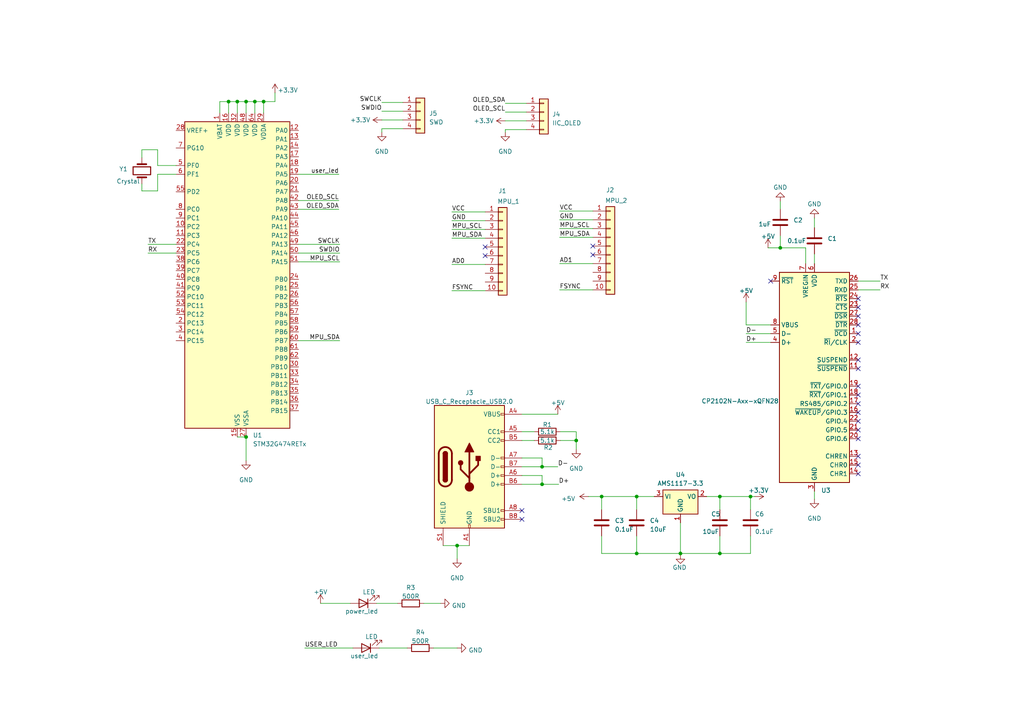
<source format=kicad_sch>
(kicad_sch (version 20230121) (generator eeschema)
  (paper "A4")
  (lib_symbols
    (symbol "Connector_Generic:Conn_01x04" (pin_names (offset 1.016) hide)
      (property "Reference" "J" (at 0 5.08 0))
      (property "Value" "Conn_01x04" (at 0 -7.62 0))
      (symbol "Conn_01x04_1_1"
        (rectangle (start -1.27 -4.953) (end 0 -5.207) (stroke (width 0.1524)))
        (rectangle (start -1.27 -2.413) (end 0 -2.667) (stroke (width 0.1524)))
        (rectangle (start -1.27 0.127) (end 0 -0.127) (stroke (width 0.1524)))
        (rectangle (start -1.27 2.667) (end 0 2.413) (stroke (width 0.1524)))
        (rectangle (start -1.27 3.81) (end 1.27 -6.35) (stroke (width 0.254)) (fill (type background)))
        (pin passive line (at -5.08 2.54 0) (length 3.81) (name "Pin_1") (number "1"))
        (pin passive line (at -5.08 0 0) (length 3.81) (name "Pin_2") (number "2"))
        (pin passive line (at -5.08 -2.54 0) (length 3.81) (name "Pin_3") (number "3"))
        (pin passive line (at -5.08 -5.08 0) (length 3.81) (name "Pin_4") (number "4"))
      )
    )
    (symbol "Connector_Generic:Conn_01x10" (pin_names (offset 1.016) hide)
      (property "Reference" "J" (at 0 12.7 0))
      (property "Value" "Conn_01x10" (at 0 -15.24 0))
      (symbol "Conn_01x10_1_1"
        (rectangle (start -1.27 -12.573) (end 0 -12.827) (stroke (width 0.1524)))
        (rectangle (start -1.27 -10.033) (end 0 -10.287) (stroke (width 0.1524)))
        (rectangle (start -1.27 -7.493) (end 0 -7.747) (stroke (width 0.1524)))
        (rectangle (start -1.27 -4.953) (end 0 -5.207) (stroke (width 0.1524)))
        (rectangle (start -1.27 -2.413) (end 0 -2.667) (stroke (width 0.1524)))
        (rectangle (start -1.27 0.127) (end 0 -0.127) (stroke (width 0.1524)))
        (rectangle (start -1.27 2.667) (end 0 2.413) (stroke (width 0.1524)))
        (rectangle (start -1.27 5.207) (end 0 4.953) (stroke (width 0.1524)))
        (rectangle (start -1.27 7.747) (end 0 7.493) (stroke (width 0.1524)))
        (rectangle (start -1.27 10.287) (end 0 10.033) (stroke (width 0.1524)))
        (rectangle (start -1.27 11.43) (end 1.27 -13.97) (stroke (width 0.254)) (fill (type background)))
        (pin passive line (at -5.08 10.16 0) (length 3.81) (name "Pin_1") (number "1"))
        (pin passive line (at -5.08 -12.7 0) (length 3.81) (name "Pin_10") (number "10"))
        (pin passive line (at -5.08 7.62 0) (length 3.81) (name "Pin_2") (number "2"))
        (pin passive line (at -5.08 5.08 0) (length 3.81) (name "Pin_3") (number "3"))
        (pin passive line (at -5.08 2.54 0) (length 3.81) (name "Pin_4") (number "4"))
        (pin passive line (at -5.08 0 0) (length 3.81) (name "Pin_5") (number "5"))
        (pin passive line (at -5.08 -2.54 0) (length 3.81) (name "Pin_6") (number "6"))
        (pin passive line (at -5.08 -5.08 0) (length 3.81) (name "Pin_7") (number "7"))
        (pin passive line (at -5.08 -7.62 0) (length 3.81) (name "Pin_8") (number "8"))
        (pin passive line (at -5.08 -10.16 0) (length 3.81) (name "Pin_9") (number "9"))
      )
    )
    (symbol "Device:C" (pin_numbers hide) (pin_names (offset 0.254))
      (property "Reference" "C" (at 0.635 2.54 0))
      (property "Value" "C" (at 0.635 -2.54 0))
      (symbol "C_0_1"
        (polyline (pts (xy -2.032 -0.762) (xy 2.032 -0.762)) (stroke (width 0.508)))
        (polyline (pts (xy -2.032 0.762) (xy 2.032 0.762)) (stroke (width 0.508)))
      )
      (symbol "C_1_1"
        (pin passive line (at 0 3.81 270) (length 2.794) (name "~") (number "1"))
        (pin passive line (at 0 -3.81 90) (length 2.794) (name "~") (number "2"))
      )
    )
    (symbol "Device:Crystal" (pin_numbers hide) (pin_names (offset 1.016) hide)
      (property "Reference" "Y" (at 0 3.81 0))
      (property "Value" "Crystal" (at 0 -3.81 0))
      (symbol "Crystal_0_1"
        (rectangle (start -1.143 2.54) (end 1.143 -2.54) (stroke (width 0.3048)))
        (polyline (pts (xy -2.54 0) (xy -1.905 0)))
        (polyline (pts (xy -1.905 -1.27) (xy -1.905 1.27)) (stroke (width 0.508)))
        (polyline (pts (xy 1.905 -1.27) (xy 1.905 1.27)) (stroke (width 0.508)))
        (polyline (pts (xy 2.54 0) (xy 1.905 0)))
      )
      (symbol "Crystal_1_1"
        (pin passive line (at -3.81 0 0) (length 1.27) (name "1") (number "1"))
        (pin passive line (at 3.81 0 180) (length 1.27) (name "2") (number "2"))
      )
    )
    (symbol "Device:LED" (pin_numbers hide) (pin_names (offset 1.016) hide)
      (property "Reference" "D" (at 0 2.54 0))
      (property "Value" "LED" (at 0 -2.54 0))
      (symbol "LED_0_1"
        (polyline (pts (xy -1.27 -1.27) (xy -1.27 1.27)) (stroke (width 0.254)))
        (polyline (pts (xy -1.27 0) (xy 1.27 0)))
        (polyline (pts (xy 1.27 -1.27) (xy 1.27 1.27) (xy -1.27 0) (xy 1.27 -1.27)) (stroke (width 0.254)))
        (polyline (pts (xy -3.048 -0.762) (xy -4.572 -2.286) (xy -3.81 -2.286) (xy -4.572 -2.286) (xy -4.572 -1.524)))
        (polyline (pts (xy -1.778 -0.762) (xy -3.302 -2.286) (xy -2.54 -2.286) (xy -3.302 -2.286) (xy -3.302 -1.524)))
      )
      (symbol "LED_1_1"
        (pin passive line (at -3.81 0 0) (length 2.54) (name "K") (number "1"))
        (pin passive line (at 3.81 0 180) (length 2.54) (name "A") (number "2"))
      )
    )
    (symbol "Device:R" (pin_numbers hide) (pin_names (offset 0))
      (property "Reference" "R" (at 2.032 0 90))
      (property "Value" "R" (at 0 0 90))
      (symbol "R_0_1"
        (rectangle (start -1.016 -2.54) (end 1.016 2.54) (stroke (width 0.254)))
      )
      (symbol "R_1_1"
        (pin passive line (at 0 3.81 270) (length 1.27) (name "~") (number "1"))
        (pin passive line (at 0 -3.81 90) (length 1.27) (name "~") (number "2"))
      )
    )
    (symbol "Iknob:AMS1117-3.3"
      (property "Reference" "U" (at -3.81 3.175 0))
      (property "Value" "AMS1117-3.3" (at 0 3.175 0))
      (symbol "AMS1117-3.3_0_1"
        (rectangle (start -5.08 -5.08) (end 5.08 1.905) (stroke (width 0.254)) (fill (type background)))
      )
      (symbol "AMS1117-3.3_1_1"
        (pin power_in line (at 0 -7.62 90) (length 2.54) (name "GND") (number "1"))
        (pin power_out line (at 7.62 0 180) (length 2.54) (name "VO") (number "2"))
        (pin power_in line (at -7.62 0 0) (length 2.54) (name "VI") (number "3"))
      )
    )
    (symbol "Iknob:C" (pin_numbers hide) (pin_names (offset 0.254))
      (property "Reference" "C" (at 0.635 2.54 0))
      (property "Value" "C" (at 0.635 -2.54 0))
      (symbol "C_0_1"
        (polyline (pts (xy -2.032 -0.762) (xy 2.032 -0.762)) (stroke (width 0.508)))
        (polyline (pts (xy -2.032 0.762) (xy 2.032 0.762)) (stroke (width 0.508)))
      )
      (symbol "C_1_1"
        (pin passive line (at 0 3.81 270) (length 2.794) (name "~") (number "1"))
        (pin passive line (at 0 -3.81 90) (length 2.794) (name "~") (number "2"))
      )
    )
    (symbol "Iknob:CP2102N-Axx-xQFN28"
      (property "Reference" "U" (at -8.89 31.75 0))
      (property "Value" "CP2102N-Axx-xQFN28" (at 12.7 31.75 0))
      (symbol "CP2102N-Axx-xQFN28_0_1"
        (rectangle (start -10.16 30.48) (end 10.16 -30.48) (stroke (width 0.254)) (fill (type background)))
      )
      (symbol "CP2102N-Axx-xQFN28_1_1"
        (pin input line (at 12.7 12.7 180) (length 2.54) (name "~{DCD}") (number "1"))
        (pin no_connect line (at -10.16 -27.94 0) (length 2.54) hide (name "NC") (number "10"))
        (pin output line (at 12.7 2.54 180) (length 2.54) (name "~{SUSPEND}") (number "11"))
        (pin output line (at 12.7 5.08 180) (length 2.54) (name "SUSPEND") (number "12"))
        (pin output line (at 12.7 -22.86 180) (length 2.54) (name "CHREN") (number "13"))
        (pin output line (at 12.7 -27.94 180) (length 2.54) (name "CHR1") (number "14"))
        (pin output line (at 12.7 -25.4 180) (length 2.54) (name "CHR0") (number "15"))
        (pin bidirectional line (at 12.7 -10.16 180) (length 2.54) (name "~{WAKEUP}/GPIO.3") (number "16"))
        (pin bidirectional line (at 12.7 -7.62 180) (length 2.54) (name "RS485/GPIO.2") (number "17"))
        (pin bidirectional line (at 12.7 -5.08 180) (length 2.54) (name "~{RXT}/GPIO.1") (number "18"))
        (pin bidirectional line (at 12.7 -2.54 180) (length 2.54) (name "~{TXT}/GPIO.0") (number "19"))
        (pin bidirectional line (at 12.7 10.16 180) (length 2.54) (name "~{RI}/CLK") (number "2"))
        (pin bidirectional line (at 12.7 -17.78 180) (length 2.54) (name "GPIO.6") (number "20"))
        (pin bidirectional line (at 12.7 -15.24 180) (length 2.54) (name "GPIO.5") (number "21"))
        (pin bidirectional line (at 12.7 -12.7 180) (length 2.54) (name "GPIO.4") (number "22"))
        (pin input line (at 12.7 20.32 180) (length 2.54) (name "~{CTS}") (number "23"))
        (pin output line (at 12.7 22.86 180) (length 2.54) (name "~{RTS}") (number "24"))
        (pin input line (at 12.7 25.4 180) (length 2.54) (name "RXD") (number "25"))
        (pin output line (at 12.7 27.94 180) (length 2.54) (name "TXD") (number "26"))
        (pin input line (at 12.7 17.78 180) (length 2.54) (name "~{DSR}") (number "27"))
        (pin output line (at 12.7 15.24 180) (length 2.54) (name "~{DTR}") (number "28"))
        (pin passive line (at 0 -33.02 90) (length 2.54) hide (name "GND") (number "29"))
        (pin power_in line (at 0 -33.02 90) (length 2.54) (name "GND") (number "3"))
        (pin bidirectional line (at -12.7 10.16 0) (length 2.54) (name "D+") (number "4"))
        (pin bidirectional line (at -12.7 12.7 0) (length 2.54) (name "D-") (number "5"))
        (pin power_in line (at 0 33.02 270) (length 2.54) (name "VDD") (number "6"))
        (pin power_in line (at -2.54 33.02 270) (length 2.54) (name "VREGIN") (number "7"))
        (pin input line (at -12.7 15.24 0) (length 2.54) (name "VBUS") (number "8"))
        (pin input line (at -12.7 27.94 0) (length 2.54) (name "~{RST}") (number "9"))
      )
    )
    (symbol "Iknob:USB_C_Receptacle_USB2.0" (pin_names (offset 1.016))
      (property "Reference" "J" (at -10.16 19.05 0))
      (property "Value" "USB_C_Receptacle_USB2.0" (at 19.05 19.05 0))
      (symbol "USB_C_Receptacle_USB2.0_0_0"
        (rectangle (start -0.254 -17.78) (end 0.254 -16.764))
        (rectangle (start 10.16 -14.986) (end 9.144 -15.494))
        (rectangle (start 10.16 -12.446) (end 9.144 -12.954))
        (rectangle (start 10.16 -4.826) (end 9.144 -5.334))
        (rectangle (start 10.16 -2.286) (end 9.144 -2.794))
        (rectangle (start 10.16 0.254) (end 9.144 -0.254))
        (rectangle (start 10.16 2.794) (end 9.144 2.286))
        (rectangle (start 10.16 7.874) (end 9.144 7.366))
        (rectangle (start 10.16 10.414) (end 9.144 9.906))
        (rectangle (start 10.16 15.494) (end 9.144 14.986))
      )
      (symbol "USB_C_Receptacle_USB2.0_0_1"
        (rectangle (start -10.16 17.78) (end 10.16 -17.78) (stroke (width 0.254)) (fill (type background)))
        (arc (start -8.89 -3.81) (mid -6.985 -5.7067) (end -5.08 -3.81) (stroke (width 0.508)))
        (arc (start -7.62 -3.81) (mid -6.985 -4.4423) (end -6.35 -3.81) (stroke (width 0.254)))
        (arc (start -7.62 -3.81) (mid -6.985 -4.4423) (end -6.35 -3.81) (stroke (width 0.254)) (fill (type outline)))
        (rectangle (start -7.62 -3.81) (end -6.35 3.81) (stroke (width 0.254)) (fill (type outline)))
        (arc (start -6.35 3.81) (mid -6.985 4.4423) (end -7.62 3.81) (stroke (width 0.254)))
        (arc (start -6.35 3.81) (mid -6.985 4.4423) (end -7.62 3.81) (stroke (width 0.254)) (fill (type outline)))
        (arc (start -5.08 3.81) (mid -6.985 5.7067) (end -8.89 3.81) (stroke (width 0.508)))
        (circle (center -2.54 1.143) (radius 0.635) (stroke (width 0.254)) (fill (type outline)))
        (circle (center 0 -5.842) (radius 1.27) (fill (type outline)))
        (polyline (pts (xy -8.89 -3.81) (xy -8.89 3.81)) (stroke (width 0.508)))
        (polyline (pts (xy -5.08 3.81) (xy -5.08 -3.81)) (stroke (width 0.508)))
        (polyline (pts (xy 0 -5.842) (xy 0 4.318)) (stroke (width 0.508)))
        (polyline (pts (xy 0 -3.302) (xy -2.54 -0.762) (xy -2.54 0.508)) (stroke (width 0.508)))
        (polyline (pts (xy 0 -2.032) (xy 2.54 0.508) (xy 2.54 1.778)) (stroke (width 0.508)))
        (polyline (pts (xy -1.27 4.318) (xy 0 6.858) (xy 1.27 4.318) (xy -1.27 4.318)) (stroke (width 0.254)) (fill (type outline)))
        (rectangle (start 1.905 1.778) (end 3.175 3.048) (stroke (width 0.254)) (fill (type outline)))
      )
      (symbol "USB_C_Receptacle_USB2.0_1_1"
        (pin passive line (at 0 -22.86 90) (length 5.08) (name "GND") (number "A1"))
        (pin passive line (at 0 -22.86 90) (length 5.08) hide (name "GND") (number "A12"))
        (pin passive line (at 15.24 15.24 180) (length 5.08) (name "VBUS") (number "A4"))
        (pin bidirectional line (at 15.24 10.16 180) (length 5.08) (name "CC1") (number "A5"))
        (pin bidirectional line (at 15.24 -2.54 180) (length 5.08) (name "D+") (number "A6"))
        (pin bidirectional line (at 15.24 2.54 180) (length 5.08) (name "D-") (number "A7"))
        (pin bidirectional line (at 15.24 -12.7 180) (length 5.08) (name "SBU1") (number "A8"))
        (pin passive line (at 15.24 15.24 180) (length 5.08) hide (name "VBUS") (number "A9"))
        (pin passive line (at 0 -22.86 90) (length 5.08) hide (name "GND") (number "B1"))
        (pin passive line (at 0 -22.86 90) (length 5.08) hide (name "GND") (number "B12"))
        (pin passive line (at 15.24 15.24 180) (length 5.08) hide (name "VBUS") (number "B4"))
        (pin bidirectional line (at 15.24 7.62 180) (length 5.08) (name "CC2") (number "B5"))
        (pin bidirectional line (at 15.24 -5.08 180) (length 5.08) (name "D+") (number "B6"))
        (pin bidirectional line (at 15.24 0 180) (length 5.08) (name "D-") (number "B7"))
        (pin bidirectional line (at 15.24 -15.24 180) (length 5.08) (name "SBU2") (number "B8"))
        (pin passive line (at 15.24 15.24 180) (length 5.08) hide (name "VBUS") (number "B9"))
        (pin passive line (at -7.62 -22.86 90) (length 5.08) (name "SHIELD") (number "S1"))
      )
    )
    (symbol "MCU_ST_STM32G4:STM32G474RETx"
      (property "Reference" "U" (at -15.24 46.99 0))
      (property "Value" "STM32G474RETx" (at 10.16 46.99 0))
      (symbol "STM32G474RETx_0_1"
        (rectangle (start -15.24 -43.18) (end 15.24 45.72) (stroke (width 0.254)) (fill (type background)))
      )
      (symbol "STM32G474RETx_1_1"
        (pin power_in line (at -5.08 48.26 270) (length 2.54) (name "VBAT") (number "1"))
        (pin bidirectional line (at -17.78 15.24 0) (length 2.54) (name "PC2") (number "10"))
        (pin bidirectional line (at -17.78 12.7 0) (length 2.54) (name "PC3") (number "11"))
        (pin bidirectional line (at 17.78 43.18 180) (length 2.54) (name "PA0") (number "12"))
        (pin bidirectional line (at 17.78 40.64 180) (length 2.54) (name "PA1") (number "13"))
        (pin bidirectional line (at 17.78 38.1 180) (length 2.54) (name "PA2") (number "14"))
        (pin power_in line (at 0 -45.72 90) (length 2.54) (name "VSS") (number "15"))
        (pin power_in line (at -2.54 48.26 270) (length 2.54) (name "VDD") (number "16"))
        (pin bidirectional line (at 17.78 35.56 180) (length 2.54) (name "PA3") (number "17"))
        (pin bidirectional line (at 17.78 33.02 180) (length 2.54) (name "PA4") (number "18"))
        (pin bidirectional line (at 17.78 30.48 180) (length 2.54) (name "PA5") (number "19"))
        (pin bidirectional line (at -17.78 -12.7 0) (length 2.54) (name "PC13") (number "2"))
        (pin bidirectional line (at 17.78 27.94 180) (length 2.54) (name "PA6") (number "20"))
        (pin bidirectional line (at 17.78 25.4 180) (length 2.54) (name "PA7") (number "21"))
        (pin bidirectional line (at -17.78 10.16 0) (length 2.54) (name "PC4") (number "22"))
        (pin bidirectional line (at -17.78 7.62 0) (length 2.54) (name "PC5") (number "23"))
        (pin bidirectional line (at 17.78 0 180) (length 2.54) (name "PB0") (number "24"))
        (pin bidirectional line (at 17.78 -2.54 180) (length 2.54) (name "PB1") (number "25"))
        (pin bidirectional line (at 17.78 -5.08 180) (length 2.54) (name "PB2") (number "26"))
        (pin power_in line (at 2.54 -45.72 90) (length 2.54) (name "VSSA") (number "27"))
        (pin input line (at -17.78 43.18 0) (length 2.54) (name "VREF+") (number "28"))
        (pin power_in line (at 7.62 48.26 270) (length 2.54) (name "VDDA") (number "29"))
        (pin bidirectional line (at -17.78 -15.24 0) (length 2.54) (name "PC14") (number "3"))
        (pin bidirectional line (at 17.78 -25.4 180) (length 2.54) (name "PB10") (number "30"))
        (pin passive line (at 0 -45.72 90) (length 2.54) hide (name "VSS") (number "31"))
        (pin power_in line (at 0 48.26 270) (length 2.54) (name "VDD") (number "32"))
        (pin bidirectional line (at 17.78 -27.94 180) (length 2.54) (name "PB11") (number "33"))
        (pin bidirectional line (at 17.78 -30.48 180) (length 2.54) (name "PB12") (number "34"))
        (pin bidirectional line (at 17.78 -33.02 180) (length 2.54) (name "PB13") (number "35"))
        (pin bidirectional line (at 17.78 -35.56 180) (length 2.54) (name "PB14") (number "36"))
        (pin bidirectional line (at 17.78 -38.1 180) (length 2.54) (name "PB15") (number "37"))
        (pin bidirectional line (at -17.78 5.08 0) (length 2.54) (name "PC6") (number "38"))
        (pin bidirectional line (at -17.78 2.54 0) (length 2.54) (name "PC7") (number "39"))
        (pin bidirectional line (at -17.78 -17.78 0) (length 2.54) (name "PC15") (number "4"))
        (pin bidirectional line (at -17.78 0 0) (length 2.54) (name "PC8") (number "40"))
        (pin bidirectional line (at -17.78 -2.54 0) (length 2.54) (name "PC9") (number "41"))
        (pin bidirectional line (at 17.78 22.86 180) (length 2.54) (name "PA8") (number "42"))
        (pin bidirectional line (at 17.78 20.32 180) (length 2.54) (name "PA9") (number "43"))
        (pin bidirectional line (at 17.78 17.78 180) (length 2.54) (name "PA10") (number "44"))
        (pin bidirectional line (at 17.78 15.24 180) (length 2.54) (name "PA11") (number "45"))
        (pin bidirectional line (at 17.78 12.7 180) (length 2.54) (name "PA12") (number "46"))
        (pin passive line (at 0 -45.72 90) (length 2.54) hide (name "VSS") (number "47"))
        (pin power_in line (at 2.54 48.26 270) (length 2.54) (name "VDD") (number "48"))
        (pin bidirectional line (at 17.78 10.16 180) (length 2.54) (name "PA13") (number "49"))
        (pin bidirectional line (at -17.78 33.02 0) (length 2.54) (name "PF0") (number "5"))
        (pin bidirectional line (at 17.78 7.62 180) (length 2.54) (name "PA14") (number "50"))
        (pin bidirectional line (at 17.78 5.08 180) (length 2.54) (name "PA15") (number "51"))
        (pin bidirectional line (at -17.78 -5.08 0) (length 2.54) (name "PC10") (number "52"))
        (pin bidirectional line (at -17.78 -7.62 0) (length 2.54) (name "PC11") (number "53"))
        (pin bidirectional line (at -17.78 -10.16 0) (length 2.54) (name "PC12") (number "54"))
        (pin bidirectional line (at -17.78 25.4 0) (length 2.54) (name "PD2") (number "55"))
        (pin bidirectional line (at 17.78 -7.62 180) (length 2.54) (name "PB3") (number "56"))
        (pin bidirectional line (at 17.78 -10.16 180) (length 2.54) (name "PB4") (number "57"))
        (pin bidirectional line (at 17.78 -12.7 180) (length 2.54) (name "PB5") (number "58"))
        (pin bidirectional line (at 17.78 -15.24 180) (length 2.54) (name "PB6") (number "59"))
        (pin bidirectional line (at -17.78 30.48 0) (length 2.54) (name "PF1") (number "6"))
        (pin bidirectional line (at 17.78 -17.78 180) (length 2.54) (name "PB7") (number "60"))
        (pin bidirectional line (at 17.78 -20.32 180) (length 2.54) (name "PB8") (number "61"))
        (pin bidirectional line (at 17.78 -22.86 180) (length 2.54) (name "PB9") (number "62"))
        (pin passive line (at 0 -45.72 90) (length 2.54) hide (name "VSS") (number "63"))
        (pin power_in line (at 5.08 48.26 270) (length 2.54) (name "VDD") (number "64"))
        (pin bidirectional line (at -17.78 38.1 0) (length 2.54) (name "PG10") (number "7"))
        (pin bidirectional line (at -17.78 20.32 0) (length 2.54) (name "PC0") (number "8"))
        (pin bidirectional line (at -17.78 17.78 0) (length 2.54) (name "PC1") (number "9"))
      )
    )
    (symbol "power:+3.3V" (power) (pin_names (offset 0))
      (property "Value" "+3.3V" (at 0 3.556 0))
      (symbol "+3.3V_0_1"
        (polyline (pts (xy -0.762 1.27) (xy 0 2.54)))
        (polyline (pts (xy 0 0) (xy 0 2.54)))
        (polyline (pts (xy 0 2.54) (xy 0.762 1.27)))
      )
      (symbol "+3.3V_1_1"
        (pin power_in line (at 0 0 90) (length 0) hide (name "+3.3V") (number "1"))
      )
    )
    (symbol "power:+5V" (power) (pin_names (offset 0))
      (property "Value" "+5V" (at 0 3.556 0))
      (symbol "+5V_0_1"
        (polyline (pts (xy -0.762 1.27) (xy 0 2.54)))
        (polyline (pts (xy 0 0) (xy 0 2.54)))
        (polyline (pts (xy 0 2.54) (xy 0.762 1.27)))
      )
      (symbol "+5V_1_1"
        (pin power_in line (at 0 0 90) (length 0) hide (name "+5V") (number "1"))
      )
    )
    (symbol "power:GND" (power) (pin_names (offset 0))
      (property "Value" "GND" (at 0 -3.81 0))
      (symbol "GND_0_1"
        (polyline (pts (xy 0 0) (xy 0 -1.27) (xy 1.27 -1.27) (xy 0 -2.54) (xy -1.27 -1.27) (xy 0 -1.27)))
      )
      (symbol "GND_1_1"
        (pin power_in line (at 0 0 270) (length 0) hide (name "GND") (number "1"))
      )
    )
  )
  (junction (at 73.914 29.464))
  (junction (at 68.834 29.464))
  (junction (at 174.498 144.018))
  (junction (at 76.454 29.464))
  (junction (at 71.374 29.464))
  (junction (at 208.788 160.528))
  (junction (at 71.374 126.746))
  (junction (at 208.788 144.018))
  (junction (at 184.658 144.018))
  (junction (at 157.226 135.382))
  (junction (at 132.588 158.242))
  (junction (at 197.358 160.528))
  (junction (at 184.658 160.528))
  (junction (at 167.132 127.762))
  (junction (at 226.314 71.882))
  (junction (at 66.294 29.464))
  (junction (at 217.678 144.018))
  (junction (at 157.226 140.462))
  (no_connect (at 248.92 137.414))
  (no_connect (at 248.92 127.254))
  (no_connect (at 248.92 117.094))
  (no_connect (at 248.92 114.554))
  (no_connect (at 248.92 124.714))
  (no_connect (at 248.92 104.394))
  (no_connect (at 248.92 134.874))
  (no_connect (at 171.958 71.374))
  (no_connect (at 248.92 106.934))
  (no_connect (at 248.92 99.314))
  (no_connect (at 248.92 132.334))
  (no_connect (at 171.958 73.914))
  (no_connect (at 248.92 89.154))
  (no_connect (at 248.92 91.694))
  (no_connect (at 248.92 96.774))
  (no_connect (at 140.716 71.628))
  (no_connect (at 248.92 112.014))
  (no_connect (at 151.384 150.622))
  (no_connect (at 248.92 119.634))
  (no_connect (at 223.52 81.534))
  (no_connect (at 248.92 86.614))
  (no_connect (at 248.92 94.234))
  (no_connect (at 248.92 122.174))
  (no_connect (at 140.716 74.168))
  (no_connect (at 151.384 148.082))
  (wire (pts (xy 151.384 135.382) (xy 157.226 135.382)))
  (wire (pts (xy 208.788 155.448) (xy 208.788 160.528)))
  (wire (pts (xy 233.68 76.454) (xy 233.68 71.882)))
  (wire (pts (xy 51.054 50.546) (xy 45.72 50.546)))
  (wire (pts (xy 125.73 187.96) (xy 132.588 187.96)))
  (wire (pts (xy 146.558 29.972) (xy 152.654 29.972)))
  (wire (pts (xy 157.226 137.922) (xy 157.226 140.462)))
  (wire (pts (xy 131.064 76.708) (xy 140.716 76.708)))
  (wire (pts (xy 128.524 158.242) (xy 132.588 158.242)))
  (wire (pts (xy 151.384 120.142) (xy 161.798 120.142)))
  (wire (pts (xy 162.306 68.834) (xy 171.958 68.834)))
  (wire (pts (xy 45.72 55.372) (xy 41.148 55.372)))
  (wire (pts (xy 236.22 73.66) (xy 236.22 76.454)))
  (wire (pts (xy 122.936 175.006) (xy 127.762 175.006)))
  (wire (pts (xy 151.384 137.922) (xy 157.226 137.922)))
  (wire (pts (xy 131.064 61.468) (xy 140.716 61.468)))
  (wire (pts (xy 68.834 29.464) (xy 71.374 29.464)))
  (wire (pts (xy 41.148 43.434) (xy 41.148 45.72)))
  (wire (pts (xy 174.498 147.828) (xy 174.498 144.018)))
  (wire (pts (xy 248.92 84.074) (xy 255.27 84.074)))
  (wire (pts (xy 86.614 73.406) (xy 98.552 73.406)))
  (wire (pts (xy 86.614 75.946) (xy 98.552 75.946)))
  (wire (pts (xy 146.558 37.592) (xy 146.558 38.354)))
  (wire (pts (xy 132.588 158.242) (xy 136.144 158.242)))
  (wire (pts (xy 236.22 142.494) (xy 236.22 144.78)))
  (wire (pts (xy 86.614 58.166) (xy 98.298 58.166)))
  (wire (pts (xy 140.716 66.548) (xy 131.064 66.548)))
  (wire (pts (xy 41.148 53.34) (xy 41.148 55.372)))
  (wire (pts (xy 45.72 48.006) (xy 45.72 43.434)))
  (wire (pts (xy 116.84 37.338) (xy 110.744 37.338)))
  (wire (pts (xy 45.72 43.434) (xy 41.148 43.434)))
  (wire (pts (xy 79.756 26.924) (xy 79.756 29.464)))
  (wire (pts (xy 110.744 34.798) (xy 116.84 34.798)))
  (wire (pts (xy 216.408 99.314) (xy 223.52 99.314)))
  (wire (pts (xy 208.788 147.828) (xy 208.788 144.018)))
  (wire (pts (xy 184.658 147.828) (xy 184.658 144.018)))
  (wire (pts (xy 68.834 126.746) (xy 71.374 126.746)))
  (wire (pts (xy 71.374 29.464) (xy 71.374 32.766)))
  (wire (pts (xy 217.678 160.528) (xy 208.788 160.528)))
  (wire (pts (xy 171.958 66.294) (xy 162.306 66.294)))
  (wire (pts (xy 86.614 50.546) (xy 98.298 50.546)))
  (wire (pts (xy 76.454 29.464) (xy 79.756 29.464)))
  (wire (pts (xy 71.374 126.746) (xy 71.374 133.604)))
  (wire (pts (xy 131.064 69.088) (xy 140.716 69.088)))
  (wire (pts (xy 184.658 144.018) (xy 189.738 144.018)))
  (wire (pts (xy 63.754 29.464) (xy 66.294 29.464)))
  (wire (pts (xy 51.054 48.006) (xy 45.72 48.006)))
  (wire (pts (xy 151.384 127.762) (xy 154.94 127.762)))
  (wire (pts (xy 162.306 63.754) (xy 171.958 63.754)))
  (wire (pts (xy 223.52 94.234) (xy 216.408 94.234)))
  (wire (pts (xy 222.758 71.882) (xy 226.314 71.882)))
  (wire (pts (xy 42.926 73.406) (xy 51.054 73.406)))
  (wire (pts (xy 151.384 125.222) (xy 154.94 125.222)))
  (wire (pts (xy 174.498 155.448) (xy 174.498 160.528)))
  (wire (pts (xy 174.498 160.528) (xy 184.658 160.528)))
  (wire (pts (xy 197.358 160.528) (xy 197.358 160.909)))
  (wire (pts (xy 226.314 68.326) (xy 226.314 71.882)))
  (wire (pts (xy 71.374 29.464) (xy 73.914 29.464)))
  (wire (pts (xy 162.306 76.454) (xy 171.958 76.454)))
  (wire (pts (xy 151.384 140.462) (xy 157.226 140.462)))
  (wire (pts (xy 184.658 160.528) (xy 197.358 160.528)))
  (wire (pts (xy 167.132 125.222) (xy 167.132 127.762)))
  (wire (pts (xy 132.588 158.242) (xy 132.588 162.052)))
  (wire (pts (xy 174.498 144.018) (xy 184.658 144.018)))
  (wire (pts (xy 157.226 140.462) (xy 162.052 140.462)))
  (wire (pts (xy 226.314 58.42) (xy 226.314 60.706)))
  (wire (pts (xy 73.914 29.464) (xy 73.914 32.766)))
  (wire (pts (xy 162.56 127.762) (xy 167.132 127.762)))
  (wire (pts (xy 76.454 29.464) (xy 76.454 32.766)))
  (wire (pts (xy 109.982 187.96) (xy 118.11 187.96)))
  (wire (pts (xy 170.688 144.018) (xy 174.498 144.018)))
  (wire (pts (xy 68.834 29.464) (xy 68.834 32.766)))
  (wire (pts (xy 42.926 70.866) (xy 51.054 70.866)))
  (wire (pts (xy 152.654 37.592) (xy 146.558 37.592)))
  (wire (pts (xy 66.294 29.464) (xy 66.294 32.766)))
  (wire (pts (xy 208.788 144.018) (xy 217.678 144.018)))
  (wire (pts (xy 146.558 32.512) (xy 152.654 32.512)))
  (wire (pts (xy 162.56 125.222) (xy 167.132 125.222)))
  (wire (pts (xy 131.064 84.328) (xy 140.716 84.328)))
  (wire (pts (xy 131.064 64.008) (xy 140.716 64.008)))
  (wire (pts (xy 86.614 70.866) (xy 98.552 70.866)))
  (wire (pts (xy 208.788 160.528) (xy 197.358 160.528)))
  (wire (pts (xy 157.226 135.382) (xy 161.798 135.382)))
  (wire (pts (xy 86.614 98.806) (xy 98.552 98.806)))
  (wire (pts (xy 146.558 35.052) (xy 152.654 35.052)))
  (wire (pts (xy 216.408 87.63) (xy 216.408 94.234)))
  (wire (pts (xy 236.22 63.246) (xy 236.22 66.04)))
  (wire (pts (xy 63.754 32.766) (xy 63.754 29.464)))
  (wire (pts (xy 157.226 132.842) (xy 157.226 135.382)))
  (wire (pts (xy 184.658 155.448) (xy 184.658 160.528)))
  (wire (pts (xy 110.744 29.718) (xy 116.84 29.718)))
  (wire (pts (xy 217.678 144.018) (xy 217.678 147.828)))
  (wire (pts (xy 86.614 60.706) (xy 98.298 60.706)))
  (wire (pts (xy 162.306 84.074) (xy 171.958 84.074)))
  (wire (pts (xy 217.678 144.018) (xy 218.948 144.018)))
  (wire (pts (xy 45.72 50.546) (xy 45.72 55.372)))
  (wire (pts (xy 248.92 81.534) (xy 255.27 81.534)))
  (wire (pts (xy 197.358 151.638) (xy 197.358 160.528)))
  (wire (pts (xy 110.744 37.338) (xy 110.744 38.354)))
  (wire (pts (xy 109.22 175.006) (xy 115.316 175.006)))
  (wire (pts (xy 73.914 29.464) (xy 76.454 29.464)))
  (wire (pts (xy 110.744 32.258) (xy 116.84 32.258)))
  (wire (pts (xy 217.678 155.448) (xy 217.678 160.528)))
  (wire (pts (xy 102.362 187.96) (xy 88.392 187.96)))
  (wire (pts (xy 66.294 29.464) (xy 68.834 29.464)))
  (wire (pts (xy 162.306 61.214) (xy 171.958 61.214)))
  (wire (pts (xy 226.314 71.882) (xy 233.68 71.882)))
  (wire (pts (xy 167.132 127.762) (xy 167.132 130.302)))
  (wire (pts (xy 92.964 175.006) (xy 101.6 175.006)))
  (wire (pts (xy 151.384 132.842) (xy 157.226 132.842)))
  (wire (pts (xy 204.978 144.018) (xy 208.788 144.018)))
  (wire (pts (xy 216.408 96.774) (xy 223.52 96.774)))
  (label "GND" (at 131.064 64.008 0))
  (label "TX" (at 255.27 81.534 0))
  (label "MPU_SDA" (at 162.306 68.834 0))
  (label "MPU_SCL" (at 98.552 75.946 180))
  (label "SWDIO" (at 98.552 73.406 180))
  (label "FSYNC" (at 162.306 84.074 0))
  (label "D+" (at 216.408 99.314 0))
  (label "user_led" (at 98.298 50.546 180))
  (label "VCC" (at 162.306 61.214 0))
  (label "MPU_SCL" (at 162.306 66.294 0))
  (label "SWCLK" (at 110.744 29.718 180))
  (label "USER_LED" (at 88.392 187.96 0))
  (label "OLED_SDA" (at 146.558 29.972 180))
  (label "MPU_SDA" (at 131.064 69.088 0))
  (label "MPU_SDA" (at 98.552 98.806 180))
  (label "FSYNC" (at 131.064 84.328 0))
  (label "GND" (at 162.306 63.754 0))
  (label "VCC" (at 131.064 61.468 0))
  (label "AD1" (at 162.306 76.454 0))
  (label "D-" (at 161.798 135.382 0))
  (label "SWDIO" (at 110.744 32.258 180))
  (label "OLED_SCL" (at 146.558 32.512 180))
  (label "D-" (at 216.408 96.774 0))
  (label "OLED_SCL" (at 98.298 58.166 180))
  (label "SWCLK" (at 98.552 70.866 180))
  (label "OLED_SDA" (at 98.298 60.706 180))
  (label "MPU_SCL" (at 131.064 66.548 0))
  (label "RX" (at 255.27 84.074 0))
  (label "D+" (at 162.052 140.462 0))
  (label "AD0" (at 131.064 76.708 0))
  (label "RX" (at 42.926 73.406 0))
  (label "TX" (at 42.926 70.866 0))
  (symbol (lib_id "power:+3.3V") (at 79.756 26.924 0) (unit 1)
    (property "Reference" "#PWR013" (effects hide))
    (property "Value" "+3.3V" (at 80.518 26.162 0) (effects (justify left)))
  )
  (symbol (lib_id "Iknob:C") (at 184.658 151.638 0) (unit 1)
    (property "Reference" "C4" (at 188.468 151.003 0) (effects (justify left)))
    (property "Value" "10uF" (at 188.468 153.543 0) (effects (justify left)))
    (property "Footprint" "Capacitor_SMD:C_0603_1608Metric" (effects hide))
  )
  (symbol (lib_id "power:GND") (at 236.22 63.246 180) (unit 1)
    (property "Reference" "#PWR04" (effects hide))
    (property "Value" "GND" (at 236.22 59.182 0))
  )
  (symbol (lib_id "Device:C") (at 226.314 64.516 0) (unit 1)
    (property "Reference" "C2" (at 230.124 63.881 0) (effects (justify left)))
    (property "Value" "1uF" (at 219.964 65.024 0) (effects (justify left)))
  )
  (symbol (lib_id "power:+5V") (at 216.408 87.63 0) (unit 1)
    (property "Reference" "#PWR011" (effects hide))
    (property "Value" "+5V" (at 216.408 84.328 0))
  )
  (symbol (lib_id "power:+5V") (at 222.758 71.882 0) (unit 1)
    (property "Reference" "#PWR012" (effects hide))
    (property "Value" "+5V" (at 222.758 68.58 0))
  )
  (symbol (lib_id "Iknob:C") (at 208.788 151.638 0) (unit 1)
    (property "Reference" "C5" (at 206.248 149.098 0) (effects (justify left)))
    (property "Value" "10uF" (at 203.708 154.178 0) (effects (justify left)))
    (property "Footprint" "Capacitor_SMD:C_0603_1608Metric" (effects hide))
  )
  (symbol (lib_id "Device:Crystal") (at 41.148 49.53 270) (unit 1)
    (property "Reference" "Y1" (at 34.544 49.022 90) (effects (justify left)))
    (property "Value" "Crystal" (at 33.782 52.578 90) (effects (justify left)))
  )
  (symbol (lib_id "power:GND") (at 71.374 133.604 0) (unit 1)
    (property "Reference" "#PWR014" (effects hide))
    (property "Value" "GND" (at 71.374 139.192 0))
  )
  (symbol (lib_id "Device:R") (at 158.75 125.222 270) (unit 1)
    (property "Reference" "R1" (at 158.75 123.19 90))
    (property "Value" "5.1k" (at 158.75 125.222 90))
  )
  (symbol (lib_id "Device:R") (at 121.92 187.96 90) (unit 1)
    (property "Reference" "R4" (at 121.92 183.388 90))
    (property "Value" "500R" (at 121.92 185.928 90))
  )
  (symbol (lib_id "power:GND") (at 132.588 162.052 0) (unit 1)
    (property "Reference" "#PWR02" (effects hide))
    (property "Value" "GND" (at 132.588 167.64 0))
  )
  (symbol (lib_id "Iknob:CP2102N-Axx-xQFN28") (at 236.22 109.474 0) (unit 1)
    (property "Reference" "U3" (at 238.1759 142.24 0) (effects (justify left)))
    (property "Value" "CP2102N-Axx-xQFN28" (at 203.454 116.332 0) (effects (justify left)))
    (property "Footprint" "Package_DFN_QFN:QFN-28-1EP_5x5mm_P0.5mm_EP3.35x3.35mm" (effects hide))
    (property "Datasheet" "https://www.silabs.com/documents/public/data-sheets/cp2102n-datasheet.pdf" (effects hide))
  )
  (symbol (lib_id "power:+5V") (at 170.688 144.018 90) (unit 1)
    (property "Reference" "#PWR08" (effects hide))
    (property "Value" "+5V" (at 166.878 144.653 90) (effects (justify left)))
  )
  (symbol (lib_id "power:GND") (at 167.132 130.302 0) (unit 1)
    (property "Reference" "#PWR01" (effects hide))
    (property "Value" "GND" (at 167.132 135.89 0))
  )
  (symbol (lib_id "power:+5V") (at 161.798 120.142 0) (unit 1)
    (property "Reference" "#PWR06" (effects hide))
    (property "Value" "+5V" (at 161.798 116.84 0))
  )
  (symbol (lib_id "Device:C") (at 236.22 69.85 0) (unit 1)
    (property "Reference" "C1" (at 240.03 69.215 0) (effects (justify left)))
    (property "Value" "0.1uF" (at 228.346 69.85 0) (effects (justify left)))
  )
  (symbol (lib_id "Connector_Generic:Conn_01x10") (at 177.038 71.374 0) (unit 1)
    (property "Reference" "J2" (at 175.768 55.118 0) (effects (justify left)))
    (property "Value" "MPU_2" (at 175.514 58.166 0) (effects (justify left)))
  )
  (symbol (lib_id "Device:LED") (at 106.172 187.96 180) (unit 1)
    (property "Reference" "user_led" (at 105.664 190.246 0))
    (property "Value" "LED" (at 107.7595 184.658 0))
  )
  (symbol (lib_id "power:+5V") (at 92.964 175.006 0) (unit 1)
    (property "Reference" "#PWR016" (effects hide))
    (property "Value" "+5V" (at 92.964 171.704 0))
  )
  (symbol (lib_id "Device:R") (at 158.75 127.762 270) (unit 1)
    (property "Reference" "R2" (at 159.004 129.794 90))
    (property "Value" "5.1k" (at 158.75 127.762 90))
  )
  (symbol (lib_id "power:GND") (at 226.314 58.42 180) (unit 1)
    (property "Reference" "#PWR05" (effects hide))
    (property "Value" "GND" (at 226.314 54.356 0))
  )
  (symbol (lib_id "power:GND") (at 146.558 38.354 0) (unit 1)
    (property "Reference" "#PWR019" (effects hide))
    (property "Value" "GND" (at 146.558 43.942 0))
  )
  (symbol (lib_id "power:GND") (at 132.588 187.96 90) (unit 1)
    (property "Reference" "#PWR015" (effects hide))
    (property "Value" "GND" (at 135.89 188.595 90) (effects (justify right)))
  )
  (symbol (lib_id "power:+3.3V") (at 110.744 34.798 90) (unit 1)
    (property "Reference" "#PWR017" (effects hide))
    (property "Value" "+3.3V" (at 107.442 34.798 90) (effects (justify left)))
  )
  (symbol (lib_id "MCU_ST_STM32G4:STM32G474RETx") (at 68.834 81.026 0) (unit 1)
    (property "Reference" "U1" (at 73.3299 126.238 0) (effects (justify left)))
    (property "Value" "STM32G474RETx" (at 73.3299 128.778 0) (effects (justify left)))
    (property "Footprint" "Package_QFP:LQFP-64_10x10mm_P0.5mm" (effects hide))
    (property "Datasheet" "https://www.st.com/resource/en/datasheet/stm32g474re.pdf" (effects hide))
  )
  (symbol (lib_id "Iknob:C") (at 174.498 151.638 0) (unit 1)
    (property "Reference" "C3" (at 178.308 151.003 0) (effects (justify left)))
    (property "Value" "0.1uF" (at 178.308 153.543 0) (effects (justify left)))
    (property "Footprint" "Capacitor_SMD:C_0603_1608Metric" (effects hide))
  )
  (symbol (lib_id "Iknob:USB_C_Receptacle_USB2.0") (at 136.144 135.382 0) (unit 1)
    (property "Reference" "J3" (at 136.144 113.919 0))
    (property "Value" "USB_C_Receptacle_USB2.0" (at 136.144 116.459 0))
    (property "Datasheet" "https://www.usb.org/sites/default/files/documents/usb_type-c.zip" (effects hide))
  )
  (symbol (lib_id "power:GND") (at 236.22 144.78 0) (unit 1)
    (property "Reference" "#PWR03" (effects hide))
    (property "Value" "GND" (at 236.22 150.368 0))
  )
  (symbol (lib_id "Connector_Generic:Conn_01x10") (at 145.796 71.628 0) (unit 1)
    (property "Reference" "J1" (at 144.526 55.372 0) (effects (justify left)))
    (property "Value" "MPU_1" (at 144.272 58.42 0) (effects (justify left)))
  )
  (symbol (lib_id "Iknob:C") (at 217.678 151.638 0) (unit 1)
    (property "Reference" "C6" (at 218.948 149.098 0) (effects (justify left)))
    (property "Value" "0.1uF" (at 218.948 154.178 0) (effects (justify left)))
    (property "Footprint" "Capacitor_SMD:C_0603_1608Metric" (effects hide))
  )
  (symbol (lib_id "Connector_Generic:Conn_01x04") (at 121.92 32.258 0) (unit 1)
    (property "Reference" "J5" (at 124.46 32.893 0) (effects (justify left)))
    (property "Value" "SWD" (at 124.46 35.433 0) (effects (justify left)))
  )
  (symbol (lib_id "power:+3.3V") (at 146.558 35.052 90) (unit 1)
    (property "Reference" "#PWR020" (effects hide))
    (property "Value" "+3.3V" (at 143.256 35.052 90) (effects (justify left)))
  )
  (symbol (lib_id "power:GND") (at 110.744 38.354 0) (unit 1)
    (property "Reference" "#PWR018" (effects hide))
    (property "Value" "GND" (at 110.744 43.942 0))
  )
  (symbol (lib_id "power:GND") (at 197.358 160.909 0) (unit 1)
    (property "Reference" "#PWR09" (effects hide))
    (property "Value" "GND" (at 197.104 164.592 0))
  )
  (symbol (lib_id "power:GND") (at 127.762 175.006 90) (unit 1)
    (property "Reference" "#PWR07" (effects hide))
    (property "Value" "GND" (at 131.064 175.641 90) (effects (justify right)))
  )
  (symbol (lib_id "Connector_Generic:Conn_01x04") (at 157.734 32.512 0) (unit 1)
    (property "Reference" "J4" (at 160.147 33.147 0) (effects (justify left)))
    (property "Value" "IIC_OLED" (at 160.147 35.687 0) (effects (justify left)))
  )
  (symbol (lib_id "Device:R") (at 119.126 175.006 90) (unit 1)
    (property "Reference" "R3" (at 119.126 170.434 90))
    (property "Value" "500R" (at 119.126 172.974 90))
  )
  (symbol (lib_id "power:+3.3V") (at 218.948 144.018 270) (unit 1)
    (property "Reference" "#PWR010" (effects hide))
    (property "Value" "+3.3V" (at 217.043 142.24 90) (effects (justify left)))
  )
  (symbol (lib_id "Iknob:AMS1117-3.3") (at 197.358 144.018 0) (unit 1)
    (property "Reference" "U4" (at 197.358 137.668 0))
    (property "Value" "AMS1117-3.3" (at 197.358 140.208 0))
    (property "Footprint" "Package_TO_SOT_SMD:SOT-223-3_TabPin2" (effects hide))
    (property "Datasheet" "http://www.advanced-monolithic.com/pdf/ds1117.pdf" (effects hide))
  )
  (symbol (lib_id "Device:LED") (at 105.41 175.006 180) (unit 1)
    (property "Reference" "power_led" (at 104.902 177.292 0))
    (property "Value" "LED" (at 106.9975 171.704 0))
  )
)
</source>
